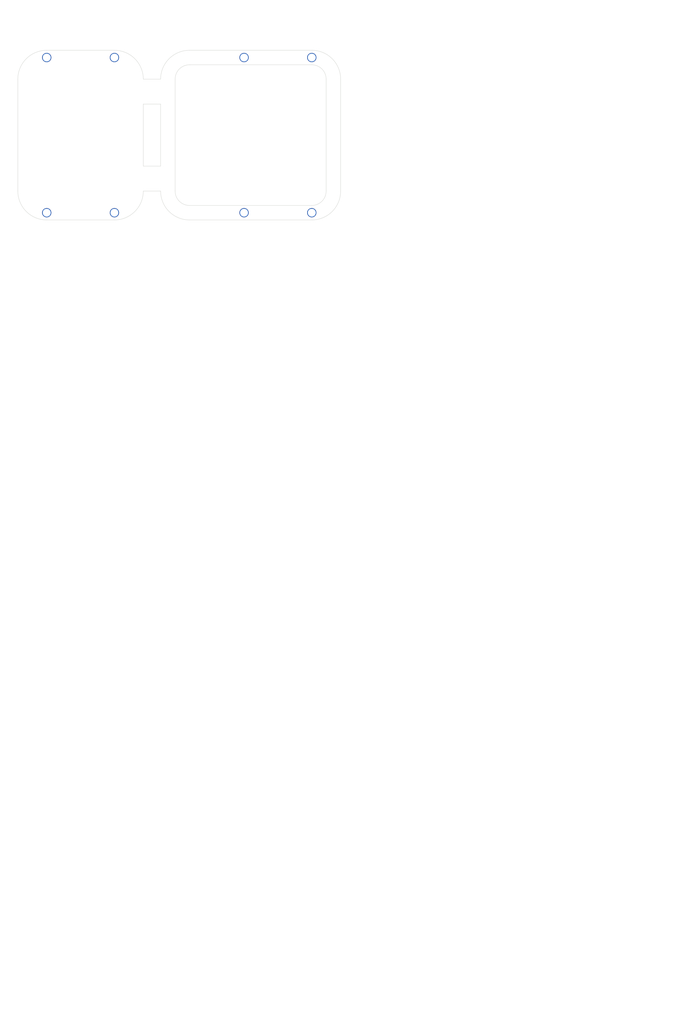
<source format=kicad_pcb>
(kicad_pcb (version 20221018) (generator pcbnew)
  (layers (0 "F.Cu" signal) (31 "B.Cu" signal) (34 "B.Paste" user) (35 "F.Paste" user) (36 "B.SilkS" user "B.Silkscreen") (37 "F.SilkS" user "F.Silkscreen") (38 "B.Mask" user) (39 "F.Mask" user) (44 "Edge.Cuts" user))
  (net 0 "")
  (footprint "MountingHole:MountingHole_2.2mm_M2_DIN965" (layer "F.Cu") (at 174.15 95.043993)
    (fp_text reference "S15" hide)
    (fp_text value "M2-0.8mm")
    (pad "" thru_hole circle (at 0 0) (size 2.7 2.7) (drill 2.2) (layers "*.Cu" "*.Mask"))
  )
  (footprint "MountingHole:MountingHole_2.2mm_M2_DIN965" (layer "F.Cu") (at 154.603 95.043993)
    (fp_text reference "S14" hide)
    (fp_text value "M2-0.8mm")
    (pad "" thru_hole circle (at 0 0) (size 2.7 2.7) (drill 2.2) (layers "*.Cu" "*.Mask"))
  )
  (footprint "MountingHole:MountingHole_2.2mm_M2_DIN965" (layer "F.Cu") (at 97.627 95.044)
    (fp_text reference "S19" hide)
    (fp_text value "M2-0.8mm")
    (pad "" thru_hole circle (at 0 0) (size 2.7 2.7) (drill 2.2) (layers "*.Cu" "*.Mask"))
  )
  (footprint "DreaM117er-keebLibrary:Breakaway_Tabs_1" (layer "F.Cu") (at 125.51225 60.09978 90)
    (fp_text reference "REF**" hide)
    (fp_text value "Breakaway_Tabs_1" hide)
    (pad "" np_thru_hole circle (at -3.2 0 270) (size 0.45 0.45) (drill 0.45) (layers "F&B.Cu" "*.Mask"))
    (pad "" np_thru_hole circle (at -2.4 0 270) (size 0.45 0.45) (drill 0.45) (layers "F&B.Cu" "*.Mask"))
    (pad "" np_thru_hole circle (at -1.6 0 270) (size 0.45 0.45) (drill 0.45) (layers "F&B.Cu" "*.Mask"))
    (pad "" np_thru_hole circle (at -0.8 0 270) (size 0.45 0.45) (drill 0.45) (layers "F&B.Cu" "*.Mask"))
    (pad "" np_thru_hole circle (at 0 0 270) (size 0.45 0.45) (drill 0.45) (layers "F&B.Cu" "*.Mask"))
    (pad "" np_thru_hole circle (at 0.8 0 270) (size 0.45 0.45) (drill 0.45) (layers "F&B.Cu" "*.Mask"))
    (pad "" np_thru_hole circle (at 1.6 0 270) (size 0.45 0.45) (drill 0.45) (layers "F&B.Cu" "*.Mask"))
    (pad "" np_thru_hole circle (at 2.4 0 270) (size 0.45 0.45) (drill 0.45) (layers "F&B.Cu" "*.Mask"))
    (pad "" np_thru_hole circle (at 3.2 0 270) (size 0.45 0.45) (drill 0.45) (layers "F&B.Cu" "*.Mask"))
  )
  (footprint "MountingHole:MountingHole_2.2mm_M2_DIN965" (layer "F.Cu") (at 117.174 95.044)
    (fp_text reference "S20" hide)
    (fp_text value "M2-0.8mm")
    (pad "" thru_hole circle (at 0 0) (size 2.7 2.7) (drill 2.2) (layers "*.Cu" "*.Mask"))
  )
  (footprint "DreaM117er-keebLibrary:Azoteq_TPS43_201A_S" (layer "F.Cu") (at 156.5 72.649993)
    (fp_text reference "TP1" hide)
    (fp_text value "TPS43")
  )
  (footprint "MountingHole:MountingHole_2.2mm_M2_DIN965" (layer "F.Cu") (at 117.174 50.256)
    (fp_text reference "S18" hide)
    (fp_text value "M2-0.8mm")
    (pad "" thru_hole circle (at 0 0) (size 2.7 2.7) (drill 2.2) (layers "*.Cu" "*.Mask"))
  )
  (footprint "MountingHole:MountingHole_2.2mm_M2_DIN965" (layer "F.Cu") (at 97.627 50.256)
    (fp_text reference "S17" hide)
    (fp_text value "M2-0.8mm")
    (pad "" thru_hole circle (at 0 0) (size 2.7 2.7) (drill 2.2) (layers "*.Cu" "*.Mask"))
  )
  (footprint "MountingHole:MountingHole_2.2mm_M2_DIN965" (layer "F.Cu") (at 174.15 50.255993)
    (fp_text reference "S16" hide)
    (fp_text value "M2-0.8mm")
    (pad "" thru_hole circle (at 0 0) (size 2.7 2.7) (drill 2.2) (layers "*.Cu" "*.Mask"))
  )
  (footprint "DreaM117er-keebLibrary:Breakaway_Tabs_1" (layer "F.Cu") (at 125.51225 85.19978 90)
    (fp_text reference "REF**" hide)
    (fp_text value "Breakaway_Tabs_1" hide)
    (pad "" np_thru_hole circle (at -3.2 0 270) (size 0.45 0.45) (drill 0.45) (layers "F&B.Cu" "*.Mask"))
    (pad "" np_thru_hole circle (at -2.4 0 270) (size 0.45 0.45) (drill 0.45) (layers "F&B.Cu" "*.Mask"))
    (pad "" np_thru_hole circle (at -1.6 0 270) (size 0.45 0.45) (drill 0.45) (layers "F&B.Cu" "*.Mask"))
    (pad "" np_thru_hole circle (at -0.8 0 270) (size 0.45 0.45) (drill 0.45) (layers "F&B.Cu" "*.Mask"))
    (pad "" np_thru_hole circle (at 0 0 270) (size 0.45 0.45) (drill 0.45) (layers "F&B.Cu" "*.Mask"))
    (pad "" np_thru_hole circle (at 0.8 0 270) (size 0.45 0.45) (drill 0.45) (layers "F&B.Cu" "*.Mask"))
    (pad "" np_thru_hole circle (at 1.6 0 270) (size 0.45 0.45) (drill 0.45) (layers "F&B.Cu" "*.Mask"))
    (pad "" np_thru_hole circle (at 2.4 0 270) (size 0.45 0.45) (drill 0.45) (layers "F&B.Cu" "*.Mask"))
    (pad "" np_thru_hole circle (at 3.2 0 270) (size 0.45 0.45) (drill 0.45) (layers "F&B.Cu" "*.Mask"))
  )
  (footprint "DreaM117er-keebLibrary:Breakaway_Tabs_1" (layer "F.Cu") (at 130.51225 60.09978 90)
    (fp_text reference "REF**" hide)
    (fp_text value "Breakaway_Tabs_1" hide)
    (pad "" np_thru_hole circle (at -3.2 0 270) (size 0.45 0.45) (drill 0.45) (layers "F&B.Cu" "*.Mask"))
    (pad "" np_thru_hole circle (at -2.4 0 270) (size 0.45 0.45) (drill 0.45) (layers "F&B.Cu" "*.Mask"))
    (pad "" np_thru_hole circle (at -1.6 0 270) (size 0.45 0.45) (drill 0.45) (layers "F&B.Cu" "*.Mask"))
    (pad "" np_thru_hole circle (at -0.8 0 270) (size 0.45 0.45) (drill 0.45) (layers "F&B.Cu" "*.Mask"))
    (pad "" np_thru_hole circle (at 0 0 270) (size 0.45 0.45) (drill 0.45) (layers "F&B.Cu" "*.Mask"))
    (pad "" np_thru_hole circle (at 0.8 0 270) (size 0.45 0.45) (drill 0.45) (layers "F&B.Cu" "*.Mask"))
    (pad "" np_thru_hole circle (at 1.6 0 270) (size 0.45 0.45) (drill 0.45) (layers "F&B.Cu" "*.Mask"))
    (pad "" np_thru_hole circle (at 2.4 0 270) (size 0.45 0.45) (drill 0.45) (layers "F&B.Cu" "*.Mask"))
    (pad "" np_thru_hole circle (at 3.2 0 270) (size 0.45 0.45) (drill 0.45) (layers "F&B.Cu" "*.Mask"))
  )
  (footprint "DreaM117er-keebLibrary:Breakaway_Tabs_1" (layer "F.Cu") (at 130.51225 85.19978 90)
    (fp_text reference "REF**" hide)
    (fp_text value "Breakaway_Tabs_1" hide)
    (pad "" np_thru_hole circle (at -3.2 0 270) (size 0.45 0.45) (drill 0.45) (layers "F&B.Cu" "*.Mask"))
    (pad "" np_thru_hole circle (at -2.4 0 270) (size 0.45 0.45) (drill 0.45) (layers "F&B.Cu" "*.Mask"))
    (pad "" np_thru_hole circle (at -1.6 0 270) (size 0.45 0.45) (drill 0.45) (layers "F&B.Cu" "*.Mask"))
    (pad "" np_thru_hole circle (at -0.8 0 270) (size 0.45 0.45) (drill 0.45) (layers "F&B.Cu" "*.Mask"))
    (pad "" np_thru_hole circle (at 0 0 270) (size 0.45 0.45) (drill 0.45) (layers "F&B.Cu" "*.Mask"))
    (pad "" np_thru_hole circle (at 0.8 0 270) (size 0.45 0.45) (drill 0.45) (layers "F&B.Cu" "*.Mask"))
    (pad "" np_thru_hole circle (at 1.6 0 270) (size 0.45 0.45) (drill 0.45) (layers "F&B.Cu" "*.Mask"))
    (pad "" np_thru_hole circle (at 2.4 0 270) (size 0.45 0.45) (drill 0.45) (layers "F&B.Cu" "*.Mask"))
    (pad "" np_thru_hole circle (at 3.2 0 270) (size 0.45 0.45) (drill 0.45) (layers "F&B.Cu" "*.Mask"))
  )
  (footprint "MountingHole:MountingHole_2.2mm_M2_DIN965" (layer "F.Cu") (at 154.603 50.255993)
    (fp_text reference "S13" hide)
    (fp_text value "M2-0.8mm")
    (pad "" thru_hole circle (at 0 0) (size 2.7 2.7) (drill 2.2) (layers "*.Cu" "*.Mask"))
  )
  (gr_line (start 138.85 52.349993) (end 174.15 52.349993) (stroke (width 0.1)) (layer "Edge.Cuts"))
  (gr_arc (start 174.15 48.161993) (mid 180.045859 50.604136) (end 182.488 56.499993) (stroke (width 0.1)) (layer "Edge.Cuts"))
  (gr_line (start 125.51175 88.799779) (end 130.512 88.799993) (stroke (width 0.1)) (layer "Edge.Cuts"))
  (gr_line (start 117.174 97.138) (end 97.627 97.138) (stroke (width 0.1)) (layer "Edge.Cuts"))
  (gr_arc (start 117.174 48.162) (mid 123.069862 50.60414) (end 125.512 56.5) (stroke (width 0.1)) (layer "Edge.Cuts"))
  (gr_line (start 182.488 56.499993) (end 182.488 88.799993) (stroke (width 0.1)) (layer "Edge.Cuts"))
  (gr_line (start 97.627 48.162) (end 117.174 48.162) (stroke (width 0.1)) (layer "Edge.Cuts"))
  (gr_arc (start 178.3 88.799993) (mid 177.084492 91.734484) (end 174.15 92.949993) (stroke (width 0.1)) (layer "Edge.Cuts"))
  (gr_arc (start 182.488 88.799993) (mid 180.045855 94.695847) (end 174.15 97.137993) (stroke (width 0.1)) (layer "Edge.Cuts"))
  (gr_arc (start 134.7 56.499993) (mid 135.915506 53.565498) (end 138.85 52.349993) (stroke (width 0.1)) (layer "Edge.Cuts"))
  (gr_line (start 130.512 81.599993) (end 130.512 63.699993) (stroke (width 0.1)) (layer "Edge.Cuts"))
  (gr_arc (start 89.289 56.5) (mid 91.731143 50.604142) (end 97.627 48.162) (stroke (width 0.1)) (layer "Edge.Cuts"))
  (gr_arc (start 125.512 88.8) (mid 123.069855 94.695854) (end 117.174 97.138) (stroke (width 0.1)) (layer "Edge.Cuts"))
  (gr_line (start 130.512 81.599993) (end 125.51175 81.59978) (stroke (width 0.1)) (layer "Edge.Cuts"))
  (gr_arc (start 138.85 92.949993) (mid 135.915506 91.734486) (end 134.7 88.799993) (stroke (width 0.1)) (layer "Edge.Cuts"))
  (gr_line (start 138.85 48.161993) (end 174.15 48.161993) (stroke (width 0.1)) (layer "Edge.Cuts"))
  (gr_line (start 174.15 92.949993) (end 138.85 92.949993) (stroke (width 0.1)) (layer "Edge.Cuts"))
  (gr_arc (start 138.85 97.137993) (mid 132.954146 94.695849) (end 130.512 88.799993) (stroke (width 0.1)) (layer "Edge.Cuts"))
  (gr_arc (start 130.512 56.499993) (mid 132.954143 50.604138) (end 138.85 48.161993) (stroke (width 0.1)) (layer "Edge.Cuts"))
  (gr_arc (start 97.627 97.138) (mid 91.731143 94.695857) (end 89.289 88.8) (stroke (width 0.1)) (layer "Edge.Cuts"))
  (gr_line (start 178.3 88.799993) (end 178.3 56.499993) (stroke (width 0.1)) (layer "Edge.Cuts"))
  (gr_line (start 89.289 88.8) (end 89.289 56.5) (stroke (width 0.1)) (layer "Edge.Cuts"))
  (gr_line (start 130.512 56.499993) (end 125.51175 56.499779) (stroke (width 0.1)) (layer "Edge.Cuts"))
  (gr_line (start 174.15 97.137993) (end 138.85 97.137993) (stroke (width 0.1)) (layer "Edge.Cuts"))
  (gr_line (start 125.51175 63.69978) (end 125.51175 81.59978) (stroke (width 0.1)) (layer "Edge.Cuts"))
  (gr_arc (start 174.15 52.349993) (mid 177.084492 53.5655) (end 178.3 56.499993) (stroke (width 0.1)) (layer "Edge.Cuts"))
  (gr_line (start 125.51175 63.69978) (end 130.512 63.699993) (stroke (width 0.1)) (layer "Edge.Cuts"))
  (gr_line (start 134.7 56.499993) (end 134.7 88.799993) (stroke (width 0.1)) (layer "Edge.Cuts"))
)
</source>
